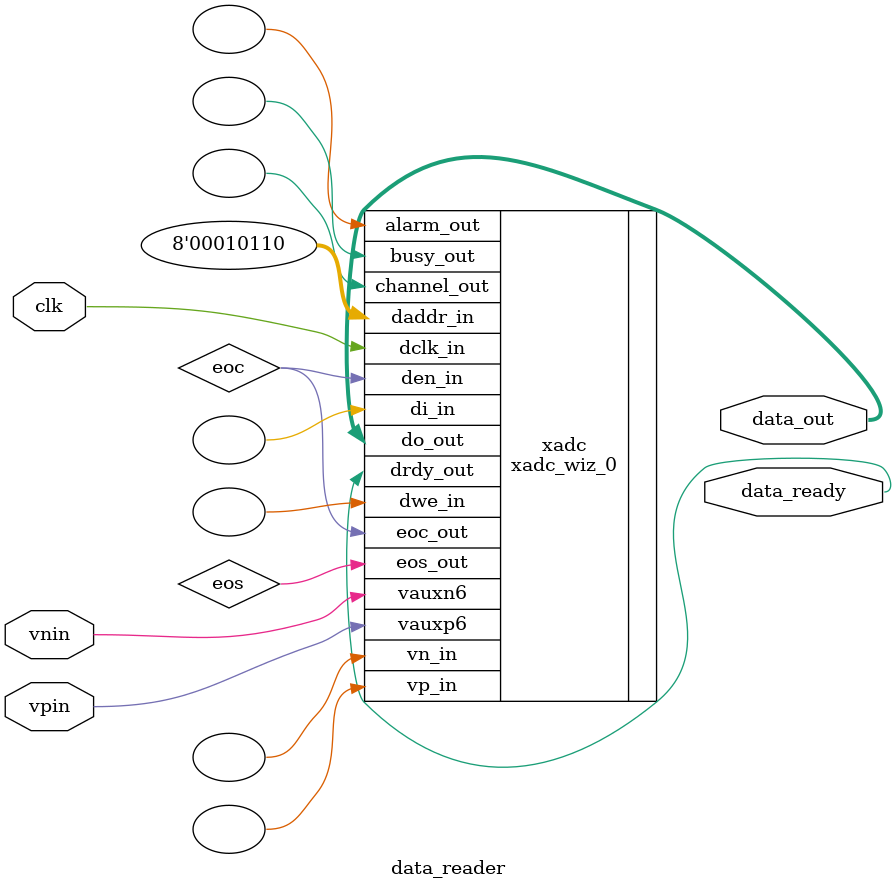
<source format=sv>
`timescale 1ns / 1ps

//reads data input to vpin and vnin and outputs to data
module data_reader(clk,vpin,vnin, data_out,data_ready);
input clk;
input vpin,vnin;
output [15:0] data_out;
output data_ready;
//logic busy,channel,alarm;
//module xadc_wiz_0
//          (
//          daddr_in,            // Address bus for the dynamic reconfiguration port
//          dclk_in,             // Clock input for the dynamic reconfiguration port
//          den_in,              // Enable Signal for the dynamic reconfiguration port
//          di_in,               // Input data bus for the dynamic reconfiguration port
//          dwe_in,              // Write Enable for the dynamic reconfiguration port
//          busy_out,            // ADC Busy signal
//          channel_out,         // Channel Selection Outputs
//          do_out,              // Output data bus for dynamic reconfiguration port
//          drdy_out,            // Data ready signal for the dynamic reconfiguration port
//          eoc_out,             // End of Conversion Signal
//          eos_out,             // End of Sequence Signal
//          alarm_out,           // OR'ed output of all the Alarms    
//          vp_in,               // Dedicated Analog Input Pair
//          vn_in);
wire w1,eoc,eos;
//logic [15:0] truncate;

xadc_wiz_0 xadc( 
    .daddr_in(8'h16),
    .dclk_in(clk),
    .den_in(eoc),
    .di_in(),
    .dwe_in(),
    .busy_out(),
    .channel_out(),
    .do_out(data_out),
    .drdy_out(data_ready),
    .eoc_out(eoc),
    .eos_out(eos),
    .alarm_out(),
    .vp_in(),
    .vn_in(),
    .vauxp6(vpin),
    .vauxn6(vnin)
    );
//assign data_out = truncate[15:4];



endmodule

</source>
